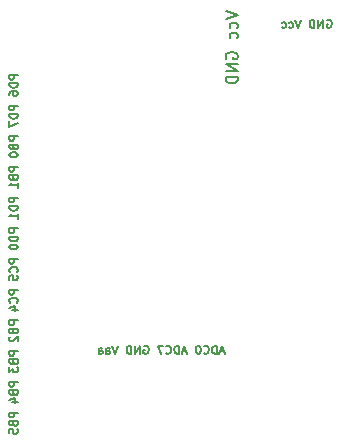
<source format=gbo>
G04 (created by PCBNEW (22-Jun-2014 BZR 4027)-stable) date Tue Nov  3 08:39:22 2015*
%MOIN*%
G04 Gerber Fmt 3.4, Leading zero omitted, Abs format*
%FSLAX34Y34*%
G01*
G70*
G90*
G04 APERTURE LIST*
%ADD10C,0.00590551*%
%ADD11C,0.00787402*%
%ADD12C,0.0354*%
%ADD13R,0.06X0.06*%
%ADD14C,0.06*%
%ADD15R,0.07X0.07*%
%ADD16C,0.0629921*%
G04 APERTURE END LIST*
G54D10*
X51482Y-41030D02*
X51509Y-41017D01*
X51548Y-41017D01*
X51587Y-41030D01*
X51614Y-41056D01*
X51627Y-41082D01*
X51640Y-41135D01*
X51640Y-41174D01*
X51627Y-41227D01*
X51614Y-41253D01*
X51587Y-41279D01*
X51548Y-41292D01*
X51522Y-41292D01*
X51482Y-41279D01*
X51469Y-41266D01*
X51469Y-41174D01*
X51522Y-41174D01*
X51351Y-41292D02*
X51351Y-41017D01*
X51194Y-41292D01*
X51194Y-41017D01*
X51062Y-41292D02*
X51062Y-41017D01*
X50997Y-41017D01*
X50958Y-41030D01*
X50931Y-41056D01*
X50918Y-41082D01*
X50905Y-41135D01*
X50905Y-41174D01*
X50918Y-41227D01*
X50931Y-41253D01*
X50958Y-41279D01*
X50997Y-41292D01*
X51062Y-41292D01*
X50616Y-41017D02*
X50524Y-41292D01*
X50433Y-41017D01*
X50223Y-41279D02*
X50249Y-41292D01*
X50301Y-41292D01*
X50328Y-41279D01*
X50341Y-41266D01*
X50354Y-41240D01*
X50354Y-41161D01*
X50341Y-41135D01*
X50328Y-41122D01*
X50301Y-41108D01*
X50249Y-41108D01*
X50223Y-41122D01*
X49986Y-41279D02*
X50013Y-41292D01*
X50065Y-41292D01*
X50091Y-41279D01*
X50104Y-41266D01*
X50118Y-41240D01*
X50118Y-41161D01*
X50104Y-41135D01*
X50091Y-41122D01*
X50065Y-41108D01*
X50013Y-41108D01*
X49986Y-41122D01*
X48057Y-52080D02*
X47926Y-52080D01*
X48083Y-52158D02*
X47992Y-51883D01*
X47900Y-52158D01*
X47808Y-52158D02*
X47808Y-51883D01*
X47742Y-51883D01*
X47703Y-51896D01*
X47677Y-51922D01*
X47664Y-51948D01*
X47650Y-52001D01*
X47650Y-52040D01*
X47664Y-52093D01*
X47677Y-52119D01*
X47703Y-52145D01*
X47742Y-52158D01*
X47808Y-52158D01*
X47375Y-52132D02*
X47388Y-52145D01*
X47427Y-52158D01*
X47454Y-52158D01*
X47493Y-52145D01*
X47519Y-52119D01*
X47532Y-52093D01*
X47545Y-52040D01*
X47545Y-52001D01*
X47532Y-51948D01*
X47519Y-51922D01*
X47493Y-51896D01*
X47454Y-51883D01*
X47427Y-51883D01*
X47388Y-51896D01*
X47375Y-51909D01*
X47204Y-51883D02*
X47178Y-51883D01*
X47152Y-51896D01*
X47139Y-51909D01*
X47125Y-51935D01*
X47112Y-51988D01*
X47112Y-52053D01*
X47125Y-52106D01*
X47139Y-52132D01*
X47152Y-52145D01*
X47178Y-52158D01*
X47204Y-52158D01*
X47230Y-52145D01*
X47244Y-52132D01*
X47257Y-52106D01*
X47270Y-52053D01*
X47270Y-51988D01*
X47257Y-51935D01*
X47244Y-51909D01*
X47230Y-51896D01*
X47204Y-51883D01*
X46797Y-52080D02*
X46666Y-52080D01*
X46824Y-52158D02*
X46732Y-51883D01*
X46640Y-52158D01*
X46548Y-52158D02*
X46548Y-51883D01*
X46482Y-51883D01*
X46443Y-51896D01*
X46417Y-51922D01*
X46404Y-51948D01*
X46391Y-52001D01*
X46391Y-52040D01*
X46404Y-52093D01*
X46417Y-52119D01*
X46443Y-52145D01*
X46482Y-52158D01*
X46548Y-52158D01*
X46115Y-52132D02*
X46128Y-52145D01*
X46167Y-52158D01*
X46194Y-52158D01*
X46233Y-52145D01*
X46259Y-52119D01*
X46272Y-52093D01*
X46286Y-52040D01*
X46286Y-52001D01*
X46272Y-51948D01*
X46259Y-51922D01*
X46233Y-51896D01*
X46194Y-51883D01*
X46167Y-51883D01*
X46128Y-51896D01*
X46115Y-51909D01*
X46023Y-51883D02*
X45839Y-51883D01*
X45958Y-52158D01*
X45380Y-51896D02*
X45406Y-51883D01*
X45446Y-51883D01*
X45485Y-51896D01*
X45511Y-51922D01*
X45524Y-51948D01*
X45538Y-52001D01*
X45538Y-52040D01*
X45524Y-52093D01*
X45511Y-52119D01*
X45485Y-52145D01*
X45446Y-52158D01*
X45419Y-52158D01*
X45380Y-52145D01*
X45367Y-52132D01*
X45367Y-52040D01*
X45419Y-52040D01*
X45249Y-52158D02*
X45249Y-51883D01*
X45091Y-52158D01*
X45091Y-51883D01*
X44960Y-52158D02*
X44960Y-51883D01*
X44895Y-51883D01*
X44855Y-51896D01*
X44829Y-51922D01*
X44816Y-51948D01*
X44803Y-52001D01*
X44803Y-52040D01*
X44816Y-52093D01*
X44829Y-52119D01*
X44855Y-52145D01*
X44895Y-52158D01*
X44960Y-52158D01*
X44514Y-51883D02*
X44422Y-52158D01*
X44330Y-51883D01*
X44120Y-52158D02*
X44120Y-52014D01*
X44133Y-51988D01*
X44160Y-51975D01*
X44212Y-51975D01*
X44238Y-51988D01*
X44120Y-52145D02*
X44146Y-52158D01*
X44212Y-52158D01*
X44238Y-52145D01*
X44251Y-52119D01*
X44251Y-52093D01*
X44238Y-52066D01*
X44212Y-52053D01*
X44146Y-52053D01*
X44120Y-52040D01*
X43871Y-52158D02*
X43871Y-52014D01*
X43884Y-51988D01*
X43910Y-51975D01*
X43963Y-51975D01*
X43989Y-51988D01*
X43871Y-52145D02*
X43897Y-52158D01*
X43963Y-52158D01*
X43989Y-52145D01*
X44002Y-52119D01*
X44002Y-52093D01*
X43989Y-52066D01*
X43963Y-52053D01*
X43897Y-52053D01*
X43871Y-52040D01*
G54D11*
X48112Y-40749D02*
X48505Y-40881D01*
X48112Y-41012D01*
X48487Y-41312D02*
X48505Y-41274D01*
X48505Y-41199D01*
X48487Y-41162D01*
X48468Y-41143D01*
X48430Y-41124D01*
X48318Y-41124D01*
X48280Y-41143D01*
X48262Y-41162D01*
X48243Y-41199D01*
X48243Y-41274D01*
X48262Y-41312D01*
X48487Y-41649D02*
X48505Y-41612D01*
X48505Y-41537D01*
X48487Y-41499D01*
X48468Y-41481D01*
X48430Y-41462D01*
X48318Y-41462D01*
X48280Y-41481D01*
X48262Y-41499D01*
X48243Y-41537D01*
X48243Y-41612D01*
X48262Y-41649D01*
X48130Y-42324D02*
X48112Y-42287D01*
X48112Y-42230D01*
X48130Y-42174D01*
X48168Y-42137D01*
X48205Y-42118D01*
X48280Y-42099D01*
X48337Y-42099D01*
X48412Y-42118D01*
X48449Y-42137D01*
X48487Y-42174D01*
X48505Y-42230D01*
X48505Y-42268D01*
X48487Y-42324D01*
X48468Y-42343D01*
X48337Y-42343D01*
X48337Y-42268D01*
X48505Y-42512D02*
X48112Y-42512D01*
X48505Y-42737D01*
X48112Y-42737D01*
X48505Y-42924D02*
X48112Y-42924D01*
X48112Y-43018D01*
X48130Y-43074D01*
X48168Y-43112D01*
X48205Y-43130D01*
X48280Y-43149D01*
X48337Y-43149D01*
X48412Y-43130D01*
X48449Y-43112D01*
X48487Y-43074D01*
X48505Y-43018D01*
X48505Y-42924D01*
G54D10*
X41174Y-42860D02*
X40898Y-42860D01*
X40898Y-42965D01*
X40912Y-42992D01*
X40925Y-43005D01*
X40951Y-43018D01*
X40990Y-43018D01*
X41017Y-43005D01*
X41030Y-42992D01*
X41043Y-42965D01*
X41043Y-42860D01*
X41174Y-43136D02*
X40898Y-43136D01*
X40898Y-43202D01*
X40912Y-43241D01*
X40938Y-43267D01*
X40964Y-43280D01*
X41017Y-43293D01*
X41056Y-43293D01*
X41108Y-43280D01*
X41135Y-43267D01*
X41161Y-43241D01*
X41174Y-43202D01*
X41174Y-43136D01*
X40898Y-43530D02*
X40898Y-43477D01*
X40912Y-43451D01*
X40925Y-43438D01*
X40964Y-43412D01*
X41017Y-43398D01*
X41122Y-43398D01*
X41148Y-43412D01*
X41161Y-43425D01*
X41174Y-43451D01*
X41174Y-43503D01*
X41161Y-43530D01*
X41148Y-43543D01*
X41122Y-43556D01*
X41056Y-43556D01*
X41030Y-43543D01*
X41017Y-43530D01*
X41003Y-43503D01*
X41003Y-43451D01*
X41017Y-43425D01*
X41030Y-43412D01*
X41056Y-43398D01*
X41174Y-43884D02*
X40898Y-43884D01*
X40898Y-43989D01*
X40912Y-44015D01*
X40925Y-44028D01*
X40951Y-44041D01*
X40990Y-44041D01*
X41017Y-44028D01*
X41030Y-44015D01*
X41043Y-43989D01*
X41043Y-43884D01*
X41174Y-44160D02*
X40898Y-44160D01*
X40898Y-44225D01*
X40912Y-44265D01*
X40938Y-44291D01*
X40964Y-44304D01*
X41017Y-44317D01*
X41056Y-44317D01*
X41108Y-44304D01*
X41135Y-44291D01*
X41161Y-44265D01*
X41174Y-44225D01*
X41174Y-44160D01*
X40898Y-44409D02*
X40898Y-44593D01*
X41174Y-44475D01*
X41174Y-44908D02*
X40898Y-44908D01*
X40898Y-45013D01*
X40912Y-45039D01*
X40925Y-45052D01*
X40951Y-45065D01*
X40990Y-45065D01*
X41017Y-45052D01*
X41030Y-45039D01*
X41043Y-45013D01*
X41043Y-44908D01*
X41030Y-45275D02*
X41043Y-45314D01*
X41056Y-45328D01*
X41082Y-45341D01*
X41122Y-45341D01*
X41148Y-45328D01*
X41161Y-45314D01*
X41174Y-45288D01*
X41174Y-45183D01*
X40898Y-45183D01*
X40898Y-45275D01*
X40912Y-45301D01*
X40925Y-45314D01*
X40951Y-45328D01*
X40977Y-45328D01*
X41003Y-45314D01*
X41017Y-45301D01*
X41030Y-45275D01*
X41030Y-45183D01*
X40898Y-45511D02*
X40898Y-45538D01*
X40912Y-45564D01*
X40925Y-45577D01*
X40951Y-45590D01*
X41003Y-45603D01*
X41069Y-45603D01*
X41122Y-45590D01*
X41148Y-45577D01*
X41161Y-45564D01*
X41174Y-45538D01*
X41174Y-45511D01*
X41161Y-45485D01*
X41148Y-45472D01*
X41122Y-45459D01*
X41069Y-45446D01*
X41003Y-45446D01*
X40951Y-45459D01*
X40925Y-45472D01*
X40912Y-45485D01*
X40898Y-45511D01*
X41174Y-45931D02*
X40898Y-45931D01*
X40898Y-46036D01*
X40912Y-46062D01*
X40925Y-46076D01*
X40951Y-46089D01*
X40990Y-46089D01*
X41017Y-46076D01*
X41030Y-46062D01*
X41043Y-46036D01*
X41043Y-45931D01*
X41030Y-46299D02*
X41043Y-46338D01*
X41056Y-46351D01*
X41082Y-46364D01*
X41122Y-46364D01*
X41148Y-46351D01*
X41161Y-46338D01*
X41174Y-46312D01*
X41174Y-46207D01*
X40898Y-46207D01*
X40898Y-46299D01*
X40912Y-46325D01*
X40925Y-46338D01*
X40951Y-46351D01*
X40977Y-46351D01*
X41003Y-46338D01*
X41017Y-46325D01*
X41030Y-46299D01*
X41030Y-46207D01*
X41174Y-46627D02*
X41174Y-46469D01*
X41174Y-46548D02*
X40898Y-46548D01*
X40938Y-46522D01*
X40964Y-46496D01*
X40977Y-46469D01*
X41174Y-46955D02*
X40898Y-46955D01*
X40898Y-47060D01*
X40912Y-47086D01*
X40925Y-47099D01*
X40951Y-47112D01*
X40990Y-47112D01*
X41017Y-47099D01*
X41030Y-47086D01*
X41043Y-47060D01*
X41043Y-46955D01*
X41174Y-47230D02*
X40898Y-47230D01*
X40898Y-47296D01*
X40912Y-47335D01*
X40938Y-47362D01*
X40964Y-47375D01*
X41017Y-47388D01*
X41056Y-47388D01*
X41108Y-47375D01*
X41135Y-47362D01*
X41161Y-47335D01*
X41174Y-47296D01*
X41174Y-47230D01*
X41174Y-47650D02*
X41174Y-47493D01*
X41174Y-47572D02*
X40898Y-47572D01*
X40938Y-47545D01*
X40964Y-47519D01*
X40977Y-47493D01*
X41174Y-47979D02*
X40898Y-47979D01*
X40898Y-48083D01*
X40912Y-48110D01*
X40925Y-48123D01*
X40951Y-48136D01*
X40990Y-48136D01*
X41017Y-48123D01*
X41030Y-48110D01*
X41043Y-48083D01*
X41043Y-47979D01*
X41174Y-48254D02*
X40898Y-48254D01*
X40898Y-48320D01*
X40912Y-48359D01*
X40938Y-48385D01*
X40964Y-48398D01*
X41017Y-48412D01*
X41056Y-48412D01*
X41108Y-48398D01*
X41135Y-48385D01*
X41161Y-48359D01*
X41174Y-48320D01*
X41174Y-48254D01*
X40898Y-48582D02*
X40898Y-48608D01*
X40912Y-48635D01*
X40925Y-48648D01*
X40951Y-48661D01*
X41003Y-48674D01*
X41069Y-48674D01*
X41122Y-48661D01*
X41148Y-48648D01*
X41161Y-48635D01*
X41174Y-48608D01*
X41174Y-48582D01*
X41161Y-48556D01*
X41148Y-48543D01*
X41122Y-48530D01*
X41069Y-48517D01*
X41003Y-48517D01*
X40951Y-48530D01*
X40925Y-48543D01*
X40912Y-48556D01*
X40898Y-48582D01*
X41174Y-49002D02*
X40898Y-49002D01*
X40898Y-49107D01*
X40912Y-49133D01*
X40925Y-49146D01*
X40951Y-49160D01*
X40990Y-49160D01*
X41017Y-49146D01*
X41030Y-49133D01*
X41043Y-49107D01*
X41043Y-49002D01*
X41148Y-49435D02*
X41161Y-49422D01*
X41174Y-49383D01*
X41174Y-49356D01*
X41161Y-49317D01*
X41135Y-49291D01*
X41108Y-49278D01*
X41056Y-49265D01*
X41017Y-49265D01*
X40964Y-49278D01*
X40938Y-49291D01*
X40912Y-49317D01*
X40898Y-49356D01*
X40898Y-49383D01*
X40912Y-49422D01*
X40925Y-49435D01*
X40898Y-49685D02*
X40898Y-49553D01*
X41030Y-49540D01*
X41017Y-49553D01*
X41003Y-49580D01*
X41003Y-49645D01*
X41017Y-49671D01*
X41030Y-49685D01*
X41056Y-49698D01*
X41122Y-49698D01*
X41148Y-49685D01*
X41161Y-49671D01*
X41174Y-49645D01*
X41174Y-49580D01*
X41161Y-49553D01*
X41148Y-49540D01*
X41174Y-50026D02*
X40898Y-50026D01*
X40898Y-50131D01*
X40912Y-50157D01*
X40925Y-50170D01*
X40951Y-50183D01*
X40990Y-50183D01*
X41017Y-50170D01*
X41030Y-50157D01*
X41043Y-50131D01*
X41043Y-50026D01*
X41148Y-50459D02*
X41161Y-50446D01*
X41174Y-50406D01*
X41174Y-50380D01*
X41161Y-50341D01*
X41135Y-50314D01*
X41108Y-50301D01*
X41056Y-50288D01*
X41017Y-50288D01*
X40964Y-50301D01*
X40938Y-50314D01*
X40912Y-50341D01*
X40898Y-50380D01*
X40898Y-50406D01*
X40912Y-50446D01*
X40925Y-50459D01*
X40990Y-50695D02*
X41174Y-50695D01*
X40885Y-50629D02*
X41082Y-50564D01*
X41082Y-50734D01*
X41174Y-51049D02*
X40898Y-51049D01*
X40898Y-51154D01*
X40912Y-51181D01*
X40925Y-51194D01*
X40951Y-51207D01*
X40990Y-51207D01*
X41017Y-51194D01*
X41030Y-51181D01*
X41043Y-51154D01*
X41043Y-51049D01*
X41030Y-51417D02*
X41043Y-51456D01*
X41056Y-51469D01*
X41082Y-51482D01*
X41122Y-51482D01*
X41148Y-51469D01*
X41161Y-51456D01*
X41174Y-51430D01*
X41174Y-51325D01*
X40898Y-51325D01*
X40898Y-51417D01*
X40912Y-51443D01*
X40925Y-51456D01*
X40951Y-51469D01*
X40977Y-51469D01*
X41003Y-51456D01*
X41017Y-51443D01*
X41030Y-51417D01*
X41030Y-51325D01*
X40925Y-51587D02*
X40912Y-51601D01*
X40898Y-51627D01*
X40898Y-51692D01*
X40912Y-51719D01*
X40925Y-51732D01*
X40951Y-51745D01*
X40977Y-51745D01*
X41017Y-51732D01*
X41174Y-51574D01*
X41174Y-51745D01*
X41174Y-52073D02*
X40898Y-52073D01*
X40898Y-52178D01*
X40912Y-52204D01*
X40925Y-52217D01*
X40951Y-52230D01*
X40990Y-52230D01*
X41017Y-52217D01*
X41030Y-52204D01*
X41043Y-52178D01*
X41043Y-52073D01*
X41030Y-52440D02*
X41043Y-52480D01*
X41056Y-52493D01*
X41082Y-52506D01*
X41122Y-52506D01*
X41148Y-52493D01*
X41161Y-52480D01*
X41174Y-52454D01*
X41174Y-52349D01*
X40898Y-52349D01*
X40898Y-52440D01*
X40912Y-52467D01*
X40925Y-52480D01*
X40951Y-52493D01*
X40977Y-52493D01*
X41003Y-52480D01*
X41017Y-52467D01*
X41030Y-52440D01*
X41030Y-52349D01*
X40898Y-52598D02*
X40898Y-52769D01*
X41003Y-52677D01*
X41003Y-52716D01*
X41017Y-52742D01*
X41030Y-52755D01*
X41056Y-52769D01*
X41122Y-52769D01*
X41148Y-52755D01*
X41161Y-52742D01*
X41174Y-52716D01*
X41174Y-52637D01*
X41161Y-52611D01*
X41148Y-52598D01*
X41174Y-53097D02*
X40898Y-53097D01*
X40898Y-53202D01*
X40912Y-53228D01*
X40925Y-53241D01*
X40951Y-53254D01*
X40990Y-53254D01*
X41017Y-53241D01*
X41030Y-53228D01*
X41043Y-53202D01*
X41043Y-53097D01*
X41030Y-53464D02*
X41043Y-53503D01*
X41056Y-53517D01*
X41082Y-53530D01*
X41122Y-53530D01*
X41148Y-53517D01*
X41161Y-53503D01*
X41174Y-53477D01*
X41174Y-53372D01*
X40898Y-53372D01*
X40898Y-53464D01*
X40912Y-53490D01*
X40925Y-53503D01*
X40951Y-53517D01*
X40977Y-53517D01*
X41003Y-53503D01*
X41017Y-53490D01*
X41030Y-53464D01*
X41030Y-53372D01*
X40990Y-53766D02*
X41174Y-53766D01*
X40885Y-53700D02*
X41082Y-53635D01*
X41082Y-53805D01*
X41174Y-54120D02*
X40898Y-54120D01*
X40898Y-54225D01*
X40912Y-54251D01*
X40925Y-54265D01*
X40951Y-54278D01*
X40990Y-54278D01*
X41017Y-54265D01*
X41030Y-54251D01*
X41043Y-54225D01*
X41043Y-54120D01*
X41030Y-54488D02*
X41043Y-54527D01*
X41056Y-54540D01*
X41082Y-54553D01*
X41122Y-54553D01*
X41148Y-54540D01*
X41161Y-54527D01*
X41174Y-54501D01*
X41174Y-54396D01*
X40898Y-54396D01*
X40898Y-54488D01*
X40912Y-54514D01*
X40925Y-54527D01*
X40951Y-54540D01*
X40977Y-54540D01*
X41003Y-54527D01*
X41017Y-54514D01*
X41030Y-54488D01*
X41030Y-54396D01*
X40898Y-54803D02*
X40898Y-54671D01*
X41030Y-54658D01*
X41017Y-54671D01*
X41003Y-54698D01*
X41003Y-54763D01*
X41017Y-54790D01*
X41030Y-54803D01*
X41056Y-54816D01*
X41122Y-54816D01*
X41148Y-54803D01*
X41161Y-54790D01*
X41174Y-54763D01*
X41174Y-54698D01*
X41161Y-54671D01*
X41148Y-54658D01*
%LPC*%
G54D12*
X46535Y-41279D03*
X44803Y-41279D03*
G54D13*
X50263Y-43370D03*
G54D14*
X51263Y-43370D03*
X50263Y-44370D03*
X51263Y-44370D03*
X50263Y-45370D03*
X51263Y-45370D03*
X50263Y-46370D03*
X51263Y-46370D03*
X50263Y-47370D03*
X51263Y-47370D03*
G54D13*
X50263Y-49370D03*
G54D14*
X51263Y-49370D03*
X50263Y-50370D03*
X51263Y-50370D03*
X50263Y-51370D03*
X51263Y-51370D03*
G54D15*
X40058Y-40058D03*
X42618Y-40058D03*
X40058Y-41830D03*
X42618Y-41830D03*
G54D13*
X50263Y-41870D03*
G54D14*
X51263Y-41870D03*
G54D13*
X49263Y-41370D03*
G54D14*
X49263Y-42370D03*
G54D13*
X40263Y-43370D03*
G54D16*
X40263Y-44370D03*
X40263Y-45370D03*
X40263Y-46370D03*
X40263Y-47370D03*
X40263Y-48370D03*
X40263Y-49370D03*
X40263Y-50370D03*
X40263Y-51370D03*
X40263Y-52370D03*
X40263Y-53370D03*
X40263Y-54370D03*
G54D13*
X44263Y-51370D03*
G54D16*
X45263Y-51370D03*
X46263Y-51370D03*
X47263Y-51370D03*
M02*

</source>
